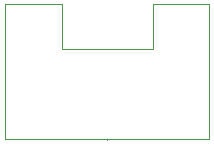
<source format=gm1>
G04 #@! TF.FileFunction,Profile,NP*
%FSLAX46Y46*%
G04 Gerber Fmt 4.6, Leading zero omitted, Abs format (unit mm)*
G04 Created by KiCad (PCBNEW 4.0.6) date 12/30/17 12:21:30*
%MOMM*%
%LPD*%
G01*
G04 APERTURE LIST*
%ADD10C,0.150000*%
%ADD11C,0.020000*%
G04 APERTURE END LIST*
D10*
D11*
X211994140Y-150647480D02*
X211994140Y-150797340D01*
X215867640Y-139217480D02*
X220630140Y-139217480D01*
X215867640Y-143027480D02*
X215867640Y-139217480D01*
X208146040Y-143027480D02*
X215867640Y-143027480D01*
X208146040Y-139217480D02*
X208146040Y-143027480D01*
X220630140Y-150647480D02*
X203358140Y-150647480D01*
X220630140Y-139217480D02*
X220630140Y-150647480D01*
X203358140Y-139217480D02*
X208146040Y-139217480D01*
X203358140Y-150647480D02*
X203358140Y-139217480D01*
M02*

</source>
